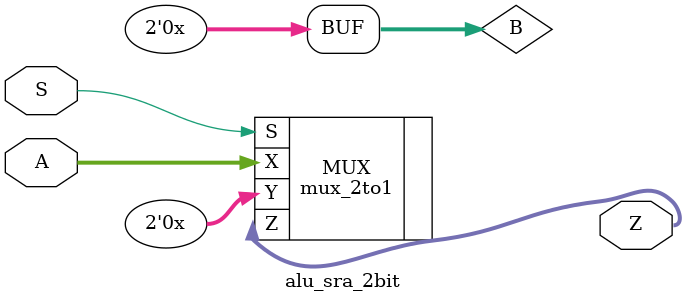
<source format=v>
`timescale 1ns / 1ps
`default_nettype none
module alu_sra_2bit(A, S, Z);

    parameter N = 2;

	//port definitions

	input wire [(N-1):0] A;
	input wire S;
    output wire [(N-1):0] Z;
    wire [(N-1):0] B;

    assign B[N-3:0] = A[N-1:2];
    assign B[N-1:N-2] = 2'b1;
    
	mux_2to1 #(.N(N)) MUX (.X(A), .Y(B), .S(S), .Z(Z));
endmodule
`default_nettype wire

</source>
